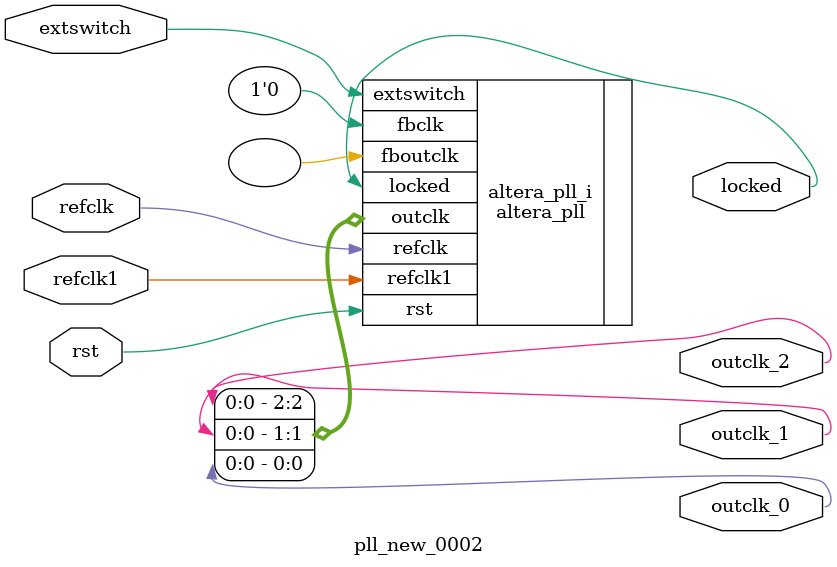
<source format=v>
`timescale 1ns/10ps
module  pll_new_0002(

	// interface 'refclk'
	input wire refclk,

	// interface 'reset'
	input wire rst,

	// interface 'outclk0'
	output wire outclk_0,

	// interface 'outclk1'
	output wire outclk_1,

	// interface 'outclk2'
	output wire outclk_2,

	// interface 'locked'
	output wire locked,

	// interface 'refclk1'
	input wire refclk1,

	// interface 'extswitch'
	input wire extswitch
);

	altera_pll #(
		.fractional_vco_multiplier("false"),
		.reference_clock_frequency("125.0 MHz"),
		.pll_fractional_cout(32),
		.pll_dsm_out_sel("1st_order"),
		.operation_mode("normal"),
		.number_of_clocks(3),
		.output_clock_frequency0("125.000000 MHz"),
		.phase_shift0("4000 ps"),
		.duty_cycle0(50),
		.output_clock_frequency1("40.000000 MHz"),
		.phase_shift1("0 ps"),
		.duty_cycle1(50),
		.output_clock_frequency2("125.000000 MHz"),
		.phase_shift2("1000 ps"),
		.duty_cycle2(50),
		.output_clock_frequency3("0 MHz"),
		.phase_shift3("0 ps"),
		.duty_cycle3(50),
		.output_clock_frequency4("0 MHz"),
		.phase_shift4("0 ps"),
		.duty_cycle4(50),
		.output_clock_frequency5("0 MHz"),
		.phase_shift5("0 ps"),
		.duty_cycle5(50),
		.output_clock_frequency6("0 MHz"),
		.phase_shift6("0 ps"),
		.duty_cycle6(50),
		.output_clock_frequency7("0 MHz"),
		.phase_shift7("0 ps"),
		.duty_cycle7(50),
		.output_clock_frequency8("0 MHz"),
		.phase_shift8("0 ps"),
		.duty_cycle8(50),
		.output_clock_frequency9("0 MHz"),
		.phase_shift9("0 ps"),
		.duty_cycle9(50),
		.output_clock_frequency10("0 MHz"),
		.phase_shift10("0 ps"),
		.duty_cycle10(50),
		.output_clock_frequency11("0 MHz"),
		.phase_shift11("0 ps"),
		.duty_cycle11(50),
		.output_clock_frequency12("0 MHz"),
		.phase_shift12("0 ps"),
		.duty_cycle12(50),
		.output_clock_frequency13("0 MHz"),
		.phase_shift13("0 ps"),
		.duty_cycle13(50),
		.output_clock_frequency14("0 MHz"),
		.phase_shift14("0 ps"),
		.duty_cycle14(50),
		.output_clock_frequency15("0 MHz"),
		.phase_shift15("0 ps"),
		.duty_cycle15(50),
		.output_clock_frequency16("0 MHz"),
		.phase_shift16("0 ps"),
		.duty_cycle16(50),
		.output_clock_frequency17("0 MHz"),
		.phase_shift17("0 ps"),
		.duty_cycle17(50),
		.pll_type("Arria V"),
		.pll_subtype("General"),
		.m_cnt_hi_div(4),
		.m_cnt_lo_div(4),
		.n_cnt_hi_div(256),
		.n_cnt_lo_div(256),
		.m_cnt_bypass_en("false"),
		.n_cnt_bypass_en("true"),
		.m_cnt_odd_div_duty_en("false"),
		.n_cnt_odd_div_duty_en("false"),
		.c_cnt_hi_div0(4),
		.c_cnt_lo_div0(4),
		.c_cnt_prst0(5),
		.c_cnt_ph_mux_prst0(0),
		.c_cnt_in_src0("ph_mux_clk"),
		.c_cnt_bypass_en0("false"),
		.c_cnt_odd_div_duty_en0("false"),
		.c_cnt_hi_div1(13),
		.c_cnt_lo_div1(12),
		.c_cnt_prst1(1),
		.c_cnt_ph_mux_prst1(0),
		.c_cnt_in_src1("ph_mux_clk"),
		.c_cnt_bypass_en1("false"),
		.c_cnt_odd_div_duty_en1("true"),
		.c_cnt_hi_div2(4),
		.c_cnt_lo_div2(4),
		.c_cnt_prst2(2),
		.c_cnt_ph_mux_prst2(0),
		.c_cnt_in_src2("ph_mux_clk"),
		.c_cnt_bypass_en2("false"),
		.c_cnt_odd_div_duty_en2("false"),
		.c_cnt_hi_div3(1),
		.c_cnt_lo_div3(1),
		.c_cnt_prst3(1),
		.c_cnt_ph_mux_prst3(0),
		.c_cnt_in_src3("ph_mux_clk"),
		.c_cnt_bypass_en3("true"),
		.c_cnt_odd_div_duty_en3("false"),
		.c_cnt_hi_div4(1),
		.c_cnt_lo_div4(1),
		.c_cnt_prst4(1),
		.c_cnt_ph_mux_prst4(0),
		.c_cnt_in_src4("ph_mux_clk"),
		.c_cnt_bypass_en4("true"),
		.c_cnt_odd_div_duty_en4("false"),
		.c_cnt_hi_div5(1),
		.c_cnt_lo_div5(1),
		.c_cnt_prst5(1),
		.c_cnt_ph_mux_prst5(0),
		.c_cnt_in_src5("ph_mux_clk"),
		.c_cnt_bypass_en5("true"),
		.c_cnt_odd_div_duty_en5("false"),
		.c_cnt_hi_div6(1),
		.c_cnt_lo_div6(1),
		.c_cnt_prst6(1),
		.c_cnt_ph_mux_prst6(0),
		.c_cnt_in_src6("ph_mux_clk"),
		.c_cnt_bypass_en6("true"),
		.c_cnt_odd_div_duty_en6("false"),
		.c_cnt_hi_div7(1),
		.c_cnt_lo_div7(1),
		.c_cnt_prst7(1),
		.c_cnt_ph_mux_prst7(0),
		.c_cnt_in_src7("ph_mux_clk"),
		.c_cnt_bypass_en7("true"),
		.c_cnt_odd_div_duty_en7("false"),
		.c_cnt_hi_div8(1),
		.c_cnt_lo_div8(1),
		.c_cnt_prst8(1),
		.c_cnt_ph_mux_prst8(0),
		.c_cnt_in_src8("ph_mux_clk"),
		.c_cnt_bypass_en8("true"),
		.c_cnt_odd_div_duty_en8("false"),
		.c_cnt_hi_div9(1),
		.c_cnt_lo_div9(1),
		.c_cnt_prst9(1),
		.c_cnt_ph_mux_prst9(0),
		.c_cnt_in_src9("ph_mux_clk"),
		.c_cnt_bypass_en9("true"),
		.c_cnt_odd_div_duty_en9("false"),
		.c_cnt_hi_div10(1),
		.c_cnt_lo_div10(1),
		.c_cnt_prst10(1),
		.c_cnt_ph_mux_prst10(0),
		.c_cnt_in_src10("ph_mux_clk"),
		.c_cnt_bypass_en10("true"),
		.c_cnt_odd_div_duty_en10("false"),
		.c_cnt_hi_div11(1),
		.c_cnt_lo_div11(1),
		.c_cnt_prst11(1),
		.c_cnt_ph_mux_prst11(0),
		.c_cnt_in_src11("ph_mux_clk"),
		.c_cnt_bypass_en11("true"),
		.c_cnt_odd_div_duty_en11("false"),
		.c_cnt_hi_div12(1),
		.c_cnt_lo_div12(1),
		.c_cnt_prst12(1),
		.c_cnt_ph_mux_prst12(0),
		.c_cnt_in_src12("ph_mux_clk"),
		.c_cnt_bypass_en12("true"),
		.c_cnt_odd_div_duty_en12("false"),
		.c_cnt_hi_div13(1),
		.c_cnt_lo_div13(1),
		.c_cnt_prst13(1),
		.c_cnt_ph_mux_prst13(0),
		.c_cnt_in_src13("ph_mux_clk"),
		.c_cnt_bypass_en13("true"),
		.c_cnt_odd_div_duty_en13("false"),
		.c_cnt_hi_div14(1),
		.c_cnt_lo_div14(1),
		.c_cnt_prst14(1),
		.c_cnt_ph_mux_prst14(0),
		.c_cnt_in_src14("ph_mux_clk"),
		.c_cnt_bypass_en14("true"),
		.c_cnt_odd_div_duty_en14("false"),
		.c_cnt_hi_div15(1),
		.c_cnt_lo_div15(1),
		.c_cnt_prst15(1),
		.c_cnt_ph_mux_prst15(0),
		.c_cnt_in_src15("ph_mux_clk"),
		.c_cnt_bypass_en15("true"),
		.c_cnt_odd_div_duty_en15("false"),
		.c_cnt_hi_div16(1),
		.c_cnt_lo_div16(1),
		.c_cnt_prst16(1),
		.c_cnt_ph_mux_prst16(0),
		.c_cnt_in_src16("ph_mux_clk"),
		.c_cnt_bypass_en16("true"),
		.c_cnt_odd_div_duty_en16("false"),
		.c_cnt_hi_div17(1),
		.c_cnt_lo_div17(1),
		.c_cnt_prst17(1),
		.c_cnt_ph_mux_prst17(0),
		.c_cnt_in_src17("ph_mux_clk"),
		.c_cnt_bypass_en17("true"),
		.c_cnt_odd_div_duty_en17("false"),
		.pll_vco_div(1),
		.pll_cp_current(30),
		.pll_bwctrl(2000),
		.pll_output_clk_frequency("1000.0 MHz"),
		.pll_fractional_division("1"),
		.mimic_fbclk_type("gclk"),
		.pll_fbclk_mux_1("glb"),
		.pll_fbclk_mux_2("fb_1"),
		.pll_m_cnt_in_src("ph_mux_clk"),
		.pll_slf_rst("false"),
		.refclk1_frequency("125.0 MHz"),
		.pll_clk_loss_sw_en("true"),
		.pll_manu_clk_sw_en("true"),
		.pll_auto_clk_sw_en("false"),
		.pll_clkin_1_src("clk_1"),
		.pll_clk_sw_dly(4)
	) altera_pll_i (
		.refclk1	(refclk1),
		.rst	(rst),
		.outclk	({outclk_2, outclk_1, outclk_0}),
		.locked	(locked),
		.fboutclk	( ),
		.fbclk	(1'b0),
		.refclk	(refclk),
		.extswitch	(extswitch)
	);
endmodule


</source>
